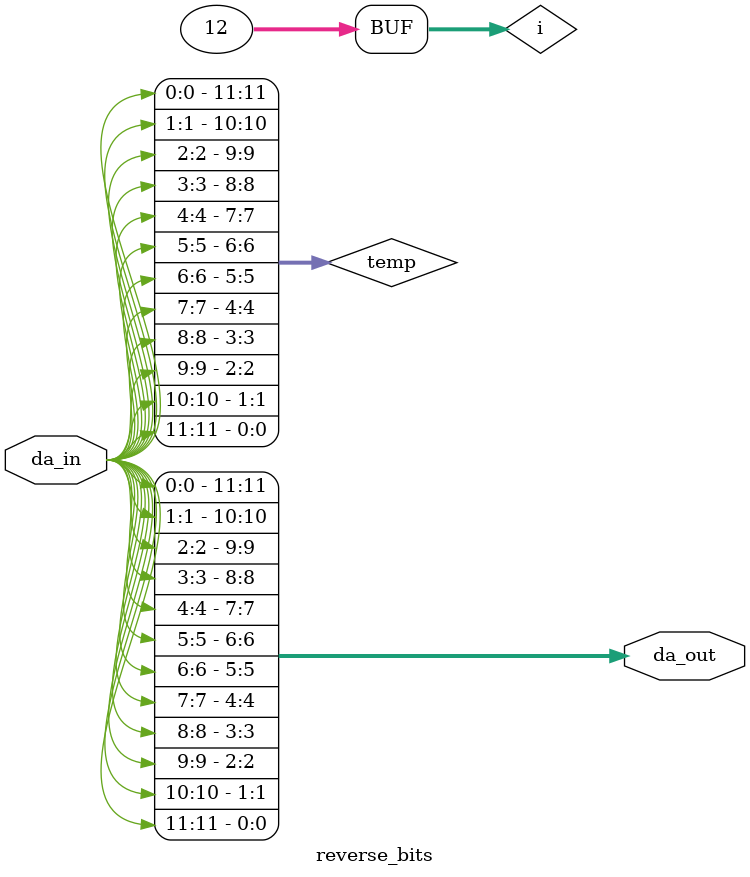
<source format=v>
`timescale 1ns / 1ps


module top(
    input clk, start,
    input [bits-1:0] din,
    output reg mosi, 
    output sclk,
    output [bits-1:0]dout
    
    );
    
    parameter board_clk = 10_000;
    parameter clk_value = 100_000;
    parameter bits = 12;
    reg sclkt = 0;
    reg cs,done;
    integer count = 0;
    
    always@(posedge clk) begin 
    
    if(count < (clk_value/board_clk)) begin
        count <= count + 1;
    end
    else begin count <= 0;  sclkt <= ~sclkt; end
    end

    reg [bits-1:0]temp;
    parameter idle = 0; 
    parameter send = 1; 
    parameter start_tx = 2; 
    parameter end_tx = 3;  
    
    reg[1:0] state = idle;
    integer bit_index = 0;
    
    always@(posedge sclkt) begin
    
    case(state)
    idle : begin 
            temp <= 0;
            cs <= 1;
            mosi <= 0;
            done <= 0;
            bit_index <= 0;
            if(start) begin state <= start_tx; 
            end
            else state <= idle;
    end
    
    start_tx : begin
            cs <= 0;
            temp <= din;
            state <= send;
    end
    
    send : begin
            if(bit_index <= bits) begin
            mosi <= temp[bit_index];
            bit_index <= bit_index + 1;
            state <= send;
            end
            
            else begin
            bit_index <= 0;
            state <= end_tx;
            end
            
    end
    
    end_tx : begin
            cs <= 1;
            mosi <= 0;
            done <= 1;
            state <= idle;    
    end
    endcase
    
    end
    assign sclk = sclkt;
    
////receiver rx spi
    reg [bits-1:0]shiftrx = 0;
    reg bit_index_rx = 0;
    reg rxdone = 0;
    reg [bits-1:0]dout_t;
    reg tx;
    
    always@(posedge sclk) begin    
    if(!cs) begin 
        tx <= mosi;
        shiftrx <= {shiftrx[bits-2:0],mosi};
        bit_index_rx <= bit_index_rx + 1;
        rxdone <= 0;
        if(bit_index >= bits-1) begin
            shiftrx <= {shiftrx[bits-1:0],mosi};
            rxdone <= 1;
            dout_t <= shiftrx;
            bit_index_rx <= 0;
        end
        else rxdone <= 0;
    end
    else begin
        bit_index_rx <= 0;
        rxdone <= 0;
    end
    
    end
    
    reverse_bits dut(.da_in(dout_t),.da_out(dout));
endmodule

module reverse_bits(input [11:0]da_in,
                    output [11:0] da_out
                    );
    integer i = 0;
    reg [11:0] temp = 0;
    always@(*) begin
        for(i=0; i<12; i=i+1) begin
            temp[i] = da_in[11-i];  
        end
    end
    assign da_out = temp;
endmodule

</source>
